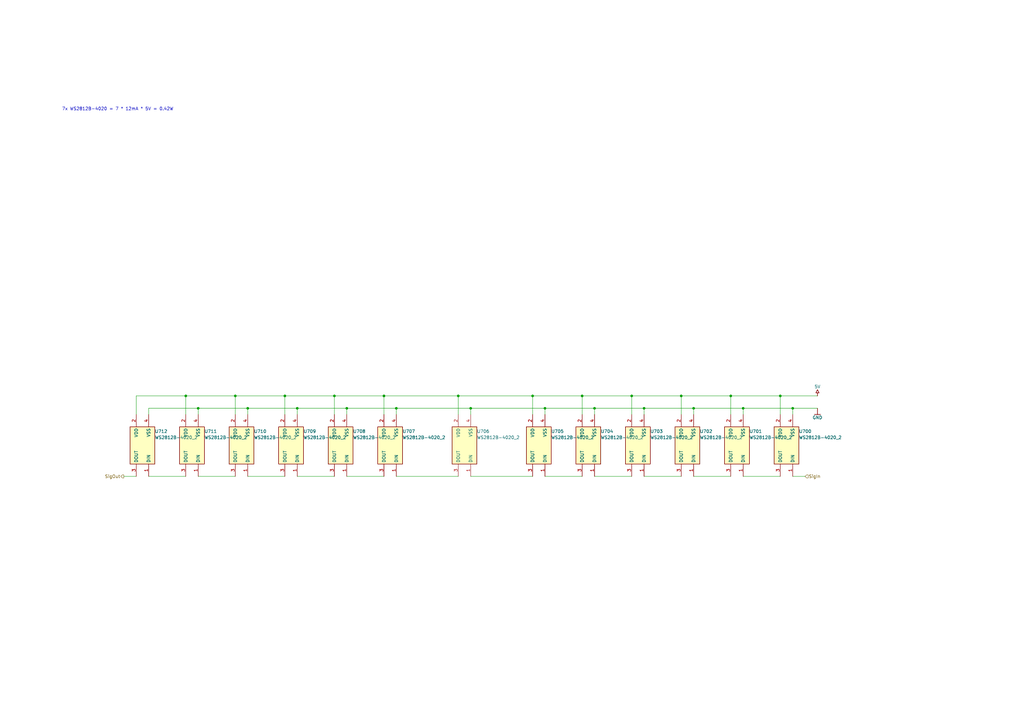
<source format=kicad_sch>
(kicad_sch (version 20231120) (generator "eeschema") (generator_version "8.0")
  (paper "A3")
  (lib_symbols
    (symbol "Speedometer_Tech-altium-import:5V_ARROW" (power)
      (property "Reference" "#PWR" (at 0 0 0))
      (property "Value" "5V" (at 0 3.81 0))
      (symbol "5V_ARROW_0_0"
        (polyline (pts (xy 0 0) (xy 0 -1.27)) (stroke (width 0.254)))
        (polyline (pts (xy -0.635 -1.27) (xy 0.635 -1.27) (xy 0 -2.54) (xy -0.635 -1.27)) (stroke (width 0.254)))
        (pin power_in line (at 0 0 0) (length 0) hide (name "5V") (number ""))
      )
    )
    (symbol "Speedometer_Tech-altium-import:Designator_1_WS2812B-4020_2"
      (symbol "Designator_1_WS2812B-4020_2_1_0"
        (rectangle (start 5.08 7.62) (end -5.08 -7.62) (stroke (width 0.254) (color 128 0 0 1)) (fill (type background)))
        (pin input line (at 2.54 -12.7 90) (length 5.08) (name "DIN") (number "1"))
        (pin power_in line (at -2.54 12.7 270) (length 5.08) (name "VDD") (number "2"))
        (pin output line (at -2.54 -12.7 90) (length 5.08) (name "DOUT") (number "3"))
        (pin power_in line (at 2.54 12.7 270) (length 5.08) (name "VSS") (number "4"))
      )
    )
    (symbol "Speedometer_Tech-altium-import:GND_BAR" (power)
      (property "Reference" "#PWR" (at 0 0 0))
      (property "Value" "GND" (at 0 3.81 0))
      (symbol "GND_BAR_0_0"
        (polyline (pts (xy -1.27 -2.54) (xy 1.27 -2.54)) (stroke (width 0.254)))
        (polyline (pts (xy 0 0) (xy 0 -2.54)) (stroke (width 0.254)))
        (pin power_in line (at 0 0 0) (length 0) hide (name "GND") (number ""))
      )
    )
  )
  (junction (at 320.04 162.3822))
  (junction (at 81.28 167.4622))
  (junction (at 223.52 167.4622))
  (junction (at 279.4 162.3822))
  (junction (at 96.52 162.3822))
  (junction (at 325.12 167.4622))
  (junction (at 116.84 162.3822))
  (junction (at 238.76 162.3822))
  (junction (at 193.04 167.4622))
  (junction (at 157.48 162.3822))
  (junction (at 162.56 167.4622))
  (junction (at 187.96 162.3822))
  (junction (at 121.92 167.4622))
  (junction (at 259.08 162.3822))
  (junction (at 304.8 167.4622))
  (junction (at 243.84 167.4622))
  (junction (at 76.2 162.3822))
  (junction (at 142.24 167.4622))
  (junction (at 264.16 167.4622))
  (junction (at 218.44 162.3822))
  (junction (at 284.48 167.4622))
  (junction (at 299.72 162.3822))
  (junction (at 101.6 167.4622))
  (junction (at 137.16 162.3822))
  (wire (pts (xy 238.76 170.0022) (xy 238.76 162.3822)))
  (wire (pts (xy 116.84 162.3822) (xy 137.16 162.3822)))
  (wire (pts (xy 60.96 167.4622) (xy 81.28 167.4622)))
  (wire (pts (xy 162.56 170.0022) (xy 162.56 167.4622)))
  (wire (pts (xy 299.72 195.4022) (xy 284.48 195.4022)))
  (wire (pts (xy 121.92 170.0022) (xy 121.92 167.4622)))
  (wire (pts (xy 259.08 162.3822) (xy 279.4 162.3822)))
  (wire (pts (xy 60.96 170.0022) (xy 60.96 167.4622)))
  (wire (pts (xy 157.48 170.0022) (xy 157.48 162.3822)))
  (wire (pts (xy 137.16 170.0022) (xy 137.16 162.3822)))
  (wire (pts (xy 264.16 167.4622) (xy 284.48 167.4622)))
  (wire (pts (xy 96.52 162.3822) (xy 116.84 162.3822)))
  (wire (pts (xy 284.48 170.0022) (xy 284.48 167.4622)))
  (wire (pts (xy 284.48 167.4622) (xy 304.8 167.4622)))
  (wire (pts (xy 264.16 195.4022) (xy 279.4 195.4022)))
  (wire (pts (xy 193.04 170.0022) (xy 193.04 167.4622)))
  (wire (pts (xy 50.8 195.4022) (xy 55.88 195.4022)))
  (wire (pts (xy 76.2 170.0022) (xy 76.2 162.3822)))
  (wire (pts (xy 243.84 167.4622) (xy 264.16 167.4622)))
  (wire (pts (xy 223.52 167.4622) (xy 243.84 167.4622)))
  (wire (pts (xy 259.08 170.0022) (xy 259.08 162.3822)))
  (wire (pts (xy 76.2 162.3822) (xy 96.52 162.3822)))
  (wire (pts (xy 304.8 195.4022) (xy 320.04 195.4022)))
  (wire (pts (xy 320.04 170.0022) (xy 320.04 162.3822)))
  (wire (pts (xy 116.84 170.0022) (xy 116.84 162.3822)))
  (wire (pts (xy 264.16 170.0022) (xy 264.16 167.4622)))
  (wire (pts (xy 299.72 170.0022) (xy 299.72 162.3822)))
  (wire (pts (xy 142.24 195.4022) (xy 157.48 195.4022)))
  (wire (pts (xy 243.84 170.0022) (xy 243.84 167.4622)))
  (wire (pts (xy 81.28 167.4622) (xy 101.6 167.4622)))
  (wire (pts (xy 279.4 162.3822) (xy 299.72 162.3822)))
  (wire (pts (xy 187.96 195.4022) (xy 162.56 195.4022)))
  (wire (pts (xy 96.52 170.0022) (xy 96.52 162.3822)))
  (wire (pts (xy 81.28 170.0022) (xy 81.28 167.4622)))
  (wire (pts (xy 223.52 170.0022) (xy 223.52 167.4622)))
  (wire (pts (xy 101.6 195.4022) (xy 116.84 195.4022)))
  (wire (pts (xy 157.48 162.3822) (xy 187.96 162.3822)))
  (wire (pts (xy 81.28 195.4022) (xy 96.52 195.4022)))
  (wire (pts (xy 187.96 162.3822) (xy 218.44 162.3822)))
  (wire (pts (xy 325.12 195.4022) (xy 330.2 195.4022)))
  (wire (pts (xy 279.4 170.0022) (xy 279.4 162.3822)))
  (wire (pts (xy 299.72 162.3822) (xy 320.04 162.3822)))
  (wire (pts (xy 218.44 162.3822) (xy 238.76 162.3822)))
  (wire (pts (xy 218.44 170.0022) (xy 218.44 162.3822)))
  (wire (pts (xy 76.2 195.4022) (xy 60.96 195.4022)))
  (wire (pts (xy 320.04 162.3822) (xy 335.28 162.3822)))
  (wire (pts (xy 238.76 162.3822) (xy 259.08 162.3822)))
  (wire (pts (xy 55.88 170.0022) (xy 55.88 162.3822)))
  (wire (pts (xy 325.12 167.4622) (xy 335.28 167.4622)))
  (wire (pts (xy 304.8 167.4622) (xy 325.12 167.4622)))
  (wire (pts (xy 193.04 167.4622) (xy 223.52 167.4622)))
  (wire (pts (xy 101.6 167.4622) (xy 121.92 167.4622)))
  (wire (pts (xy 121.92 195.4022) (xy 137.16 195.4022)))
  (wire (pts (xy 193.04 195.4022) (xy 218.44 195.4022)))
  (wire (pts (xy 223.52 195.4022) (xy 238.76 195.4022)))
  (wire (pts (xy 55.88 162.3822) (xy 76.2 162.3822)))
  (wire (pts (xy 304.8 170.0022) (xy 304.8 167.4622)))
  (wire (pts (xy 243.84 195.4022) (xy 259.08 195.4022)))
  (wire (pts (xy 142.24 167.4622) (xy 162.56 167.4622)))
  (wire (pts (xy 142.24 170.0022) (xy 142.24 167.4622)))
  (wire (pts (xy 137.16 162.3822) (xy 157.48 162.3822)))
  (wire (pts (xy 162.56 167.4622) (xy 193.04 167.4622)))
  (wire (pts (xy 121.92 167.4622) (xy 142.24 167.4622)))
  (wire (pts (xy 101.6 170.0022) (xy 101.6 167.4622)))
  (wire (pts (xy 325.12 170.0022) (xy 325.12 167.4622)))
  (wire (pts (xy 187.96 170.0022) (xy 187.96 162.3822)))
  (text "7x WS2812B-4020 = 7 * 12mA * 5V = 0.42W" (at 25.4 45.5422 0) (effects (font (size 1.27 1.27)) (justify left bottom)))
  (hierarchical_label "SigIn" (shape input) (at 330.2 195.4022 0))
  (hierarchical_label "SigOut" (shape output) (at 50.8 195.4022 180))
  (symbol (lib_id "Speedometer_Tech-altium-import:Designator_1_WS2812B-4020_2") (at 119.38 182.7022 0) (unit 1)
    (property "Reference" "U709" (at 124.46 177.6222 0) (effects (justify left bottom)))
    (property "Value" "WS2812B-4020_2" (at 124.46 180.1622 0) (effects (justify left bottom)))
    (property "Footprint" "LED_WS2812B-4020" (effects (hide yes)))
    (property "Description" "12mA RGB SMD,2x4mm Light Emitting Diodes" (effects (hide yes)))
    (property "PRICE" "None" (effects (hide yes)))
    (property "MP" "WS2812B-4020" (effects (hide yes)))
    (property "AVAILABILITY" "Not in stock" (effects (hide yes)))
    (property "SNAPEDA_LINK" "https://www.snapeda.com/parts/WS2812B-4020/Worldsemi/view-part/?ref=snap" (effects (hide yes)))
    (property "CHECK_PRICES" "https://www.snapeda.com/parts/WS2812B-4020/Worldsemi/view-part/?ref=eda" (effects (hide yes)))
    (property "ALTIUM_VALUE" "*" (effects (hide yes)))
    (property "PACKAGE" "Package" (effects (hide yes)))
    (property "MF" "Worldsemi" (effects (hide yes)))
  )
  (symbol (lib_id "Speedometer_Tech-altium-import:Designator_1_WS2812B-4020_2") (at 302.26 182.7022 0) (unit 1)
    (property "Reference" "U701" (at 307.34 177.6222 0) (effects (justify left bottom)))
    (property "Value" "WS2812B-4020_2" (at 307.34 180.1622 0) (effects (justify left bottom)))
    (property "Footprint" "LED_WS2812B-4020" (effects (hide yes)))
    (property "Description" "12mA RGB SMD,2x4mm Light Emitting Diodes" (effects (hide yes)))
    (property "PRICE" "None" (effects (hide yes)))
    (property "MP" "WS2812B-4020" (effects (hide yes)))
    (property "AVAILABILITY" "Not in stock" (effects (hide yes)))
    (property "SNAPEDA_LINK" "https://www.snapeda.com/parts/WS2812B-4020/Worldsemi/view-part/?ref=snap" (effects (hide yes)))
    (property "CHECK_PRICES" "https://www.snapeda.com/parts/WS2812B-4020/Worldsemi/view-part/?ref=eda" (effects (hide yes)))
    (property "ALTIUM_VALUE" "*" (effects (hide yes)))
    (property "PACKAGE" "Package" (effects (hide yes)))
    (property "MF" "Worldsemi" (effects (hide yes)))
  )
  (symbol (lib_id "Speedometer_Tech-altium-import:Designator_1_WS2812B-4020_2") (at 261.62 182.7022 0) (unit 1)
    (property "Reference" "U703" (at 266.7 177.6222 0) (effects (justify left bottom)))
    (property "Value" "WS2812B-4020_2" (at 266.7 180.1622 0) (effects (justify left bottom)))
    (property "Footprint" "LED_WS2812B-4020" (effects (hide yes)))
    (property "Description" "12mA RGB SMD,2x4mm Light Emitting Diodes" (effects (hide yes)))
    (property "PRICE" "None" (effects (hide yes)))
    (property "MP" "WS2812B-4020" (effects (hide yes)))
    (property "AVAILABILITY" "Not in stock" (effects (hide yes)))
    (property "SNAPEDA_LINK" "https://www.snapeda.com/parts/WS2812B-4020/Worldsemi/view-part/?ref=snap" (effects (hide yes)))
    (property "CHECK_PRICES" "https://www.snapeda.com/parts/WS2812B-4020/Worldsemi/view-part/?ref=eda" (effects (hide yes)))
    (property "ALTIUM_VALUE" "*" (effects (hide yes)))
    (property "PACKAGE" "Package" (effects (hide yes)))
    (property "MF" "Worldsemi" (effects (hide yes)))
  )
  (symbol (lib_id "Speedometer_Tech-altium-import:5V_ARROW") (at 335.28 162.3822 180) (unit 1)
    (property "Reference" "#PWR?" (effects (hide yes)))
    (property "Value" "5V" (at 335.28 158.5722 0))
  )
  (symbol (lib_id "Speedometer_Tech-altium-import:Designator_1_WS2812B-4020_2") (at 322.58 182.7022 0) (unit 1)
    (property "Reference" "U700" (at 327.66 177.6222 0) (effects (justify left bottom)))
    (property "Value" "WS2812B-4020_2" (at 327.66 180.1622 0) (effects (justify left bottom)))
    (property "Footprint" "LED_WS2812B-4020" (effects (hide yes)))
    (property "Description" "12mA RGB SMD,2x4mm Light Emitting Diodes" (effects (hide yes)))
    (property "PRICE" "None" (effects (hide yes)))
    (property "MP" "WS2812B-4020" (effects (hide yes)))
    (property "AVAILABILITY" "Not in stock" (effects (hide yes)))
    (property "SNAPEDA_LINK" "https://www.snapeda.com/parts/WS2812B-4020/Worldsemi/view-part/?ref=snap" (effects (hide yes)))
    (property "CHECK_PRICES" "https://www.snapeda.com/parts/WS2812B-4020/Worldsemi/view-part/?ref=eda" (effects (hide yes)))
    (property "ALTIUM_VALUE" "*" (effects (hide yes)))
    (property "PACKAGE" "Package" (effects (hide yes)))
    (property "MF" "Worldsemi" (effects (hide yes)))
  )
  (symbol (lib_id "Speedometer_Tech-altium-import:Designator_1_WS2812B-4020_2") (at 190.5 182.7022 0) (unit 1)
    (property "Reference" "U706" (at 195.58 177.6222 0) (effects (justify left bottom)))
    (property "Value" "WS2812B-4020_2" (at 195.58 180.1622 0) (effects (justify left bottom)))
    (property "Footprint" "LED_WS2812B-4020" (effects (hide yes)))
    (property "Description" "12mA RGB SMD,2x4mm Light Emitting Diodes" (effects (hide yes)))
    (property "PRICE" "None" (effects (hide yes)))
    (property "MP" "WS2812B-4020" (effects (hide yes)))
    (property "AVAILABILITY" "Not in stock" (effects (hide yes)))
    (property "SNAPEDA_LINK" "https://www.snapeda.com/parts/WS2812B-4020/Worldsemi/view-part/?ref=snap" (effects (hide yes)))
    (property "CHECK_PRICES" "https://www.snapeda.com/parts/WS2812B-4020/Worldsemi/view-part/?ref=eda" (effects (hide yes)))
    (property "ALTIUM_VALUE" "*" (effects (hide yes)))
    (property "PACKAGE" "Package" (effects (hide yes)))
    (property "MF" "Worldsemi" (effects (hide yes)))
  )
  (symbol (lib_id "Speedometer_Tech-altium-import:Designator_1_WS2812B-4020_2") (at 241.3 182.7022 0) (unit 1)
    (property "Reference" "U704" (at 246.38 177.6222 0) (effects (justify left bottom)))
    (property "Value" "WS2812B-4020_2" (at 246.38 180.1622 0) (effects (justify left bottom)))
    (property "Footprint" "LED_WS2812B-4020" (effects (hide yes)))
    (property "Description" "12mA RGB SMD,2x4mm Light Emitting Diodes" (effects (hide yes)))
    (property "PRICE" "None" (effects (hide yes)))
    (property "MP" "WS2812B-4020" (effects (hide yes)))
    (property "AVAILABILITY" "Not in stock" (effects (hide yes)))
    (property "SNAPEDA_LINK" "https://www.snapeda.com/parts/WS2812B-4020/Worldsemi/view-part/?ref=snap" (effects (hide yes)))
    (property "CHECK_PRICES" "https://www.snapeda.com/parts/WS2812B-4020/Worldsemi/view-part/?ref=eda" (effects (hide yes)))
    (property "ALTIUM_VALUE" "*" (effects (hide yes)))
    (property "PACKAGE" "Package" (effects (hide yes)))
    (property "MF" "Worldsemi" (effects (hide yes)))
  )
  (symbol (lib_id "Speedometer_Tech-altium-import:Designator_1_WS2812B-4020_2") (at 220.98 182.7022 0) (unit 1)
    (property "Reference" "U705" (at 226.06 177.6222 0) (effects (justify left bottom)))
    (property "Value" "WS2812B-4020_2" (at 226.06 180.1622 0) (effects (justify left bottom)))
    (property "Footprint" "LED_WS2812B-4020" (effects (hide yes)))
    (property "Description" "12mA RGB SMD,2x4mm Light Emitting Diodes" (effects (hide yes)))
    (property "PRICE" "None" (effects (hide yes)))
    (property "MP" "WS2812B-4020" (effects (hide yes)))
    (property "AVAILABILITY" "Not in stock" (effects (hide yes)))
    (property "SNAPEDA_LINK" "https://www.snapeda.com/parts/WS2812B-4020/Worldsemi/view-part/?ref=snap" (effects (hide yes)))
    (property "CHECK_PRICES" "https://www.snapeda.com/parts/WS2812B-4020/Worldsemi/view-part/?ref=eda" (effects (hide yes)))
    (property "ALTIUM_VALUE" "*" (effects (hide yes)))
    (property "PACKAGE" "Package" (effects (hide yes)))
    (property "MF" "Worldsemi" (effects (hide yes)))
  )
  (symbol (lib_id "Speedometer_Tech-altium-import:Designator_1_WS2812B-4020_2") (at 78.74 182.7022 0) (unit 1)
    (property "Reference" "U711" (at 83.82 177.6222 0) (effects (justify left bottom)))
    (property "Value" "WS2812B-4020_2" (at 83.82 180.1622 0) (effects (justify left bottom)))
    (property "Footprint" "LED_WS2812B-4020" (effects (hide yes)))
    (property "Description" "12mA RGB SMD,2x4mm Light Emitting Diodes" (effects (hide yes)))
    (property "PRICE" "None" (effects (hide yes)))
    (property "MP" "WS2812B-4020" (effects (hide yes)))
    (property "AVAILABILITY" "Not in stock" (effects (hide yes)))
    (property "SNAPEDA_LINK" "https://www.snapeda.com/parts/WS2812B-4020/Worldsemi/view-part/?ref=snap" (effects (hide yes)))
    (property "CHECK_PRICES" "https://www.snapeda.com/parts/WS2812B-4020/Worldsemi/view-part/?ref=eda" (effects (hide yes)))
    (property "ALTIUM_VALUE" "*" (effects (hide yes)))
    (property "PACKAGE" "Package" (effects (hide yes)))
    (property "MF" "Worldsemi" (effects (hide yes)))
  )
  (symbol (lib_id "Speedometer_Tech-altium-import:Designator_1_WS2812B-4020_2") (at 99.06 182.7022 0) (unit 1)
    (property "Reference" "U710" (at 104.14 177.6222 0) (effects (justify left bottom)))
    (property "Value" "WS2812B-4020_2" (at 104.14 180.1622 0) (effects (justify left bottom)))
    (property "Footprint" "LED_WS2812B-4020" (effects (hide yes)))
    (property "Description" "12mA RGB SMD,2x4mm Light Emitting Diodes" (effects (hide yes)))
    (property "PRICE" "None" (effects (hide yes)))
    (property "MP" "WS2812B-4020" (effects (hide yes)))
    (property "AVAILABILITY" "Not in stock" (effects (hide yes)))
    (property "SNAPEDA_LINK" "https://www.snapeda.com/parts/WS2812B-4020/Worldsemi/view-part/?ref=snap" (effects (hide yes)))
    (property "CHECK_PRICES" "https://www.snapeda.com/parts/WS2812B-4020/Worldsemi/view-part/?ref=eda" (effects (hide yes)))
    (property "ALTIUM_VALUE" "*" (effects (hide yes)))
    (property "PACKAGE" "Package" (effects (hide yes)))
    (property "MF" "Worldsemi" (effects (hide yes)))
  )
  (symbol (lib_id "Speedometer_Tech-altium-import:Designator_1_WS2812B-4020_2") (at 160.02 182.7022 0) (unit 1)
    (property "Reference" "U707" (at 165.1 177.6222 0) (effects (justify left bottom)))
    (property "Value" "WS2812B-4020_2" (at 165.1 180.1622 0) (effects (justify left bottom)))
    (property "Footprint" "LED_WS2812B-4020" (effects (hide yes)))
    (property "Description" "12mA RGB SMD,2x4mm Light Emitting Diodes" (effects (hide yes)))
    (property "PRICE" "None" (effects (hide yes)))
    (property "MP" "WS2812B-4020" (effects (hide yes)))
    (property "AVAILABILITY" "Not in stock" (effects (hide yes)))
    (property "SNAPEDA_LINK" "https://www.snapeda.com/parts/WS2812B-4020/Worldsemi/view-part/?ref=snap" (effects (hide yes)))
    (property "CHECK_PRICES" "https://www.snapeda.com/parts/WS2812B-4020/Worldsemi/view-part/?ref=eda" (effects (hide yes)))
    (property "ALTIUM_VALUE" "*" (effects (hide yes)))
    (property "PACKAGE" "Package" (effects (hide yes)))
    (property "MF" "Worldsemi" (effects (hide yes)))
  )
  (symbol (lib_id "Speedometer_Tech-altium-import:Designator_1_WS2812B-4020_2") (at 281.94 182.7022 0) (unit 1)
    (property "Reference" "U702" (at 287.02 177.6222 0) (effects (justify left bottom)))
    (property "Value" "WS2812B-4020_2" (at 287.02 180.1622 0) (effects (justify left bottom)))
    (property "Footprint" "LED_WS2812B-4020" (effects (hide yes)))
    (property "Description" "12mA RGB SMD,2x4mm Light Emitting Diodes" (effects (hide yes)))
    (property "PRICE" "None" (effects (hide yes)))
    (property "MP" "WS2812B-4020" (effects (hide yes)))
    (property "AVAILABILITY" "Not in stock" (effects (hide yes)))
    (property "SNAPEDA_LINK" "https://www.snapeda.com/parts/WS2812B-4020/Worldsemi/view-part/?ref=snap" (effects (hide yes)))
    (property "CHECK_PRICES" "https://www.snapeda.com/parts/WS2812B-4020/Worldsemi/view-part/?ref=eda" (effects (hide yes)))
    (property "ALTIUM_VALUE" "*" (effects (hide yes)))
    (property "PACKAGE" "Package" (effects (hide yes)))
    (property "MF" "Worldsemi" (effects (hide yes)))
  )
  (symbol (lib_id "Speedometer_Tech-altium-import:GND_BAR") (at 335.28 167.4622 0) (unit 1)
    (property "Reference" "#PWR?" (effects (hide yes)))
    (property "Value" "GND" (at 335.28 171.2722 0))
  )
  (symbol (lib_id "Speedometer_Tech-altium-import:Designator_1_WS2812B-4020_2") (at 139.7 182.7022 0) (unit 1)
    (property "Reference" "U708" (at 144.78 177.6222 0) (effects (justify left bottom)))
    (property "Value" "WS2812B-4020_2" (at 144.78 180.1622 0) (effects (justify left bottom)))
    (property "Footprint" "LED_WS2812B-4020" (effects (hide yes)))
    (property "Description" "12mA RGB SMD,2x4mm Light Emitting Diodes" (effects (hide yes)))
    (property "PRICE" "None" (effects (hide yes)))
    (property "MP" "WS2812B-4020" (effects (hide yes)))
    (property "AVAILABILITY" "Not in stock" (effects (hide yes)))
    (property "SNAPEDA_LINK" "https://www.snapeda.com/parts/WS2812B-4020/Worldsemi/view-part/?ref=snap" (effects (hide yes)))
    (property "CHECK_PRICES" "https://www.snapeda.com/parts/WS2812B-4020/Worldsemi/view-part/?ref=eda" (effects (hide yes)))
    (property "ALTIUM_VALUE" "*" (effects (hide yes)))
    (property "PACKAGE" "Package" (effects (hide yes)))
    (property "MF" "Worldsemi" (effects (hide yes)))
  )
  (symbol (lib_id "Speedometer_Tech-altium-import:Designator_1_WS2812B-4020_2") (at 58.42 182.7022 0) (unit 1)
    (property "Reference" "U712" (at 63.5 177.6222 0) (effects (justify left bottom)))
    (property "Value" "WS2812B-4020_2" (at 63.5 180.1622 0) (effects (justify left bottom)))
    (property "Footprint" "LED_WS2812B-4020" (effects (hide yes)))
    (property "Description" "12mA RGB SMD,2x4mm Light Emitting Diodes" (effects (hide yes)))
    (property "PRICE" "None" (effects (hide yes)))
    (property "MP" "WS2812B-4020" (effects (hide yes)))
    (property "AVAILABILITY" "Not in stock" (effects (hide yes)))
    (property "SNAPEDA_LINK" "https://www.snapeda.com/parts/WS2812B-4020/Worldsemi/view-part/?ref=snap" (effects (hide yes)))
    (property "CHECK_PRICES" "https://www.snapeda.com/parts/WS2812B-4020/Worldsemi/view-part/?ref=eda" (effects (hide yes)))
    (property "ALTIUM_VALUE" "*" (effects (hide yes)))
    (property "PACKAGE" "Package" (effects (hide yes)))
    (property "MF" "Worldsemi" (effects (hide yes)))
  )
)
</source>
